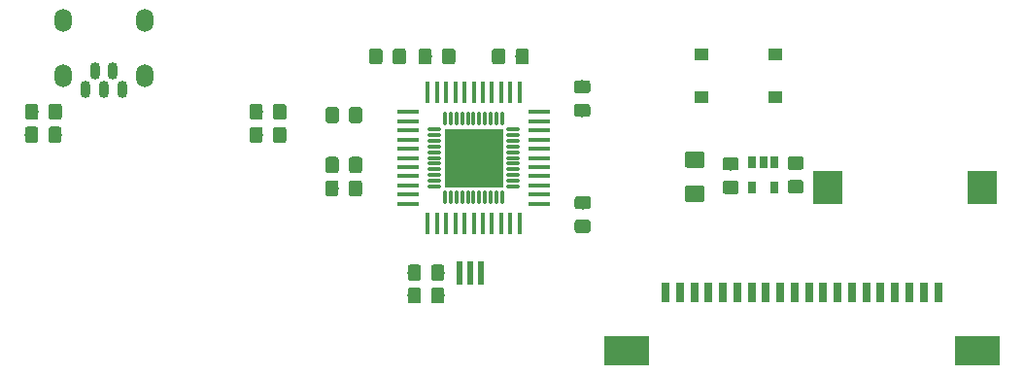
<source format=gbr>
G04 #@! TF.GenerationSoftware,KiCad,Pcbnew,(5.0.1-3-g963ef8bb5)*
G04 #@! TF.CreationDate,2019-03-09T14:34:52+08:00*
G04 #@! TF.ProjectId,fc660c,6663363630632E6B696361645F706362,rev?*
G04 #@! TF.SameCoordinates,Original*
G04 #@! TF.FileFunction,Paste,Top*
G04 #@! TF.FilePolarity,Positive*
%FSLAX46Y46*%
G04 Gerber Fmt 4.6, Leading zero omitted, Abs format (unit mm)*
G04 Created by KiCad (PCBNEW (5.0.1-3-g963ef8bb5)) date 2019 March 09, Saturday 14:34:52*
%MOMM*%
%LPD*%
G01*
G04 APERTURE LIST*
%ADD10R,4.000000X2.600000*%
%ADD11R,0.700000X1.800000*%
%ADD12C,0.100000*%
%ADD13C,1.150000*%
%ADD14C,1.425000*%
%ADD15O,0.900000X1.500000*%
%ADD16O,1.500000X2.000000*%
%ADD17R,2.500000X3.000000*%
%ADD18R,1.200000X1.000000*%
%ADD19O,0.406400X1.899920*%
%ADD20O,1.899920X0.406400*%
%ADD21O,0.280000X1.250000*%
%ADD22O,1.212000X0.280000*%
%ADD23R,5.080000X5.080000*%
%ADD24R,0.650000X1.060000*%
%ADD25R,0.600000X2.000000*%
G04 APERTURE END LIST*
D10*
G04 #@! TO.C,J2*
X209150000Y-102180000D03*
X239700000Y-102180000D03*
D11*
X236300000Y-97080000D03*
X235050000Y-97080000D03*
X233800000Y-97080000D03*
X232550000Y-97080000D03*
X231300000Y-97080000D03*
X230050000Y-97080000D03*
X228800000Y-97080000D03*
X227550000Y-97080000D03*
X226300000Y-97080000D03*
X225050000Y-97080000D03*
X223800000Y-97080000D03*
X222550000Y-97080000D03*
X221300000Y-97080000D03*
X220050000Y-97080000D03*
X218800000Y-97080000D03*
X217550000Y-97080000D03*
X216300000Y-97080000D03*
X215050000Y-97080000D03*
X213800000Y-97080000D03*
X212550000Y-97080000D03*
G04 #@! TD*
D12*
G04 #@! TO.C,C1*
G36*
X193054505Y-94641204D02*
X193078773Y-94644804D01*
X193102572Y-94650765D01*
X193125671Y-94659030D01*
X193147850Y-94669520D01*
X193168893Y-94682132D01*
X193188599Y-94696747D01*
X193206777Y-94713223D01*
X193223253Y-94731401D01*
X193237868Y-94751107D01*
X193250480Y-94772150D01*
X193260970Y-94794329D01*
X193269235Y-94817428D01*
X193275196Y-94841227D01*
X193278796Y-94865495D01*
X193280000Y-94889999D01*
X193280000Y-95790001D01*
X193278796Y-95814505D01*
X193275196Y-95838773D01*
X193269235Y-95862572D01*
X193260970Y-95885671D01*
X193250480Y-95907850D01*
X193237868Y-95928893D01*
X193223253Y-95948599D01*
X193206777Y-95966777D01*
X193188599Y-95983253D01*
X193168893Y-95997868D01*
X193147850Y-96010480D01*
X193125671Y-96020970D01*
X193102572Y-96029235D01*
X193078773Y-96035196D01*
X193054505Y-96038796D01*
X193030001Y-96040000D01*
X192379999Y-96040000D01*
X192355495Y-96038796D01*
X192331227Y-96035196D01*
X192307428Y-96029235D01*
X192284329Y-96020970D01*
X192262150Y-96010480D01*
X192241107Y-95997868D01*
X192221401Y-95983253D01*
X192203223Y-95966777D01*
X192186747Y-95948599D01*
X192172132Y-95928893D01*
X192159520Y-95907850D01*
X192149030Y-95885671D01*
X192140765Y-95862572D01*
X192134804Y-95838773D01*
X192131204Y-95814505D01*
X192130000Y-95790001D01*
X192130000Y-94889999D01*
X192131204Y-94865495D01*
X192134804Y-94841227D01*
X192140765Y-94817428D01*
X192149030Y-94794329D01*
X192159520Y-94772150D01*
X192172132Y-94751107D01*
X192186747Y-94731401D01*
X192203223Y-94713223D01*
X192221401Y-94696747D01*
X192241107Y-94682132D01*
X192262150Y-94669520D01*
X192284329Y-94659030D01*
X192307428Y-94650765D01*
X192331227Y-94644804D01*
X192355495Y-94641204D01*
X192379999Y-94640000D01*
X193030001Y-94640000D01*
X193054505Y-94641204D01*
X193054505Y-94641204D01*
G37*
D13*
X192705000Y-95340000D03*
D12*
G36*
X191004505Y-94641204D02*
X191028773Y-94644804D01*
X191052572Y-94650765D01*
X191075671Y-94659030D01*
X191097850Y-94669520D01*
X191118893Y-94682132D01*
X191138599Y-94696747D01*
X191156777Y-94713223D01*
X191173253Y-94731401D01*
X191187868Y-94751107D01*
X191200480Y-94772150D01*
X191210970Y-94794329D01*
X191219235Y-94817428D01*
X191225196Y-94841227D01*
X191228796Y-94865495D01*
X191230000Y-94889999D01*
X191230000Y-95790001D01*
X191228796Y-95814505D01*
X191225196Y-95838773D01*
X191219235Y-95862572D01*
X191210970Y-95885671D01*
X191200480Y-95907850D01*
X191187868Y-95928893D01*
X191173253Y-95948599D01*
X191156777Y-95966777D01*
X191138599Y-95983253D01*
X191118893Y-95997868D01*
X191097850Y-96010480D01*
X191075671Y-96020970D01*
X191052572Y-96029235D01*
X191028773Y-96035196D01*
X191004505Y-96038796D01*
X190980001Y-96040000D01*
X190329999Y-96040000D01*
X190305495Y-96038796D01*
X190281227Y-96035196D01*
X190257428Y-96029235D01*
X190234329Y-96020970D01*
X190212150Y-96010480D01*
X190191107Y-95997868D01*
X190171401Y-95983253D01*
X190153223Y-95966777D01*
X190136747Y-95948599D01*
X190122132Y-95928893D01*
X190109520Y-95907850D01*
X190099030Y-95885671D01*
X190090765Y-95862572D01*
X190084804Y-95838773D01*
X190081204Y-95814505D01*
X190080000Y-95790001D01*
X190080000Y-94889999D01*
X190081204Y-94865495D01*
X190084804Y-94841227D01*
X190090765Y-94817428D01*
X190099030Y-94794329D01*
X190109520Y-94772150D01*
X190122132Y-94751107D01*
X190136747Y-94731401D01*
X190153223Y-94713223D01*
X190171401Y-94696747D01*
X190191107Y-94682132D01*
X190212150Y-94669520D01*
X190234329Y-94659030D01*
X190257428Y-94650765D01*
X190281227Y-94644804D01*
X190305495Y-94641204D01*
X190329999Y-94640000D01*
X190980001Y-94640000D01*
X191004505Y-94641204D01*
X191004505Y-94641204D01*
G37*
D13*
X190655000Y-95340000D03*
G04 #@! TD*
D12*
G04 #@! TO.C,C2*
G36*
X185904505Y-80911204D02*
X185928773Y-80914804D01*
X185952572Y-80920765D01*
X185975671Y-80929030D01*
X185997850Y-80939520D01*
X186018893Y-80952132D01*
X186038599Y-80966747D01*
X186056777Y-80983223D01*
X186073253Y-81001401D01*
X186087868Y-81021107D01*
X186100480Y-81042150D01*
X186110970Y-81064329D01*
X186119235Y-81087428D01*
X186125196Y-81111227D01*
X186128796Y-81135495D01*
X186130000Y-81159999D01*
X186130000Y-82060001D01*
X186128796Y-82084505D01*
X186125196Y-82108773D01*
X186119235Y-82132572D01*
X186110970Y-82155671D01*
X186100480Y-82177850D01*
X186087868Y-82198893D01*
X186073253Y-82218599D01*
X186056777Y-82236777D01*
X186038599Y-82253253D01*
X186018893Y-82267868D01*
X185997850Y-82280480D01*
X185975671Y-82290970D01*
X185952572Y-82299235D01*
X185928773Y-82305196D01*
X185904505Y-82308796D01*
X185880001Y-82310000D01*
X185229999Y-82310000D01*
X185205495Y-82308796D01*
X185181227Y-82305196D01*
X185157428Y-82299235D01*
X185134329Y-82290970D01*
X185112150Y-82280480D01*
X185091107Y-82267868D01*
X185071401Y-82253253D01*
X185053223Y-82236777D01*
X185036747Y-82218599D01*
X185022132Y-82198893D01*
X185009520Y-82177850D01*
X184999030Y-82155671D01*
X184990765Y-82132572D01*
X184984804Y-82108773D01*
X184981204Y-82084505D01*
X184980000Y-82060001D01*
X184980000Y-81159999D01*
X184981204Y-81135495D01*
X184984804Y-81111227D01*
X184990765Y-81087428D01*
X184999030Y-81064329D01*
X185009520Y-81042150D01*
X185022132Y-81021107D01*
X185036747Y-81001401D01*
X185053223Y-80983223D01*
X185071401Y-80966747D01*
X185091107Y-80952132D01*
X185112150Y-80939520D01*
X185134329Y-80929030D01*
X185157428Y-80920765D01*
X185181227Y-80914804D01*
X185205495Y-80911204D01*
X185229999Y-80910000D01*
X185880001Y-80910000D01*
X185904505Y-80911204D01*
X185904505Y-80911204D01*
G37*
D13*
X185555000Y-81610000D03*
D12*
G36*
X183854505Y-80911204D02*
X183878773Y-80914804D01*
X183902572Y-80920765D01*
X183925671Y-80929030D01*
X183947850Y-80939520D01*
X183968893Y-80952132D01*
X183988599Y-80966747D01*
X184006777Y-80983223D01*
X184023253Y-81001401D01*
X184037868Y-81021107D01*
X184050480Y-81042150D01*
X184060970Y-81064329D01*
X184069235Y-81087428D01*
X184075196Y-81111227D01*
X184078796Y-81135495D01*
X184080000Y-81159999D01*
X184080000Y-82060001D01*
X184078796Y-82084505D01*
X184075196Y-82108773D01*
X184069235Y-82132572D01*
X184060970Y-82155671D01*
X184050480Y-82177850D01*
X184037868Y-82198893D01*
X184023253Y-82218599D01*
X184006777Y-82236777D01*
X183988599Y-82253253D01*
X183968893Y-82267868D01*
X183947850Y-82280480D01*
X183925671Y-82290970D01*
X183902572Y-82299235D01*
X183878773Y-82305196D01*
X183854505Y-82308796D01*
X183830001Y-82310000D01*
X183179999Y-82310000D01*
X183155495Y-82308796D01*
X183131227Y-82305196D01*
X183107428Y-82299235D01*
X183084329Y-82290970D01*
X183062150Y-82280480D01*
X183041107Y-82267868D01*
X183021401Y-82253253D01*
X183003223Y-82236777D01*
X182986747Y-82218599D01*
X182972132Y-82198893D01*
X182959520Y-82177850D01*
X182949030Y-82155671D01*
X182940765Y-82132572D01*
X182934804Y-82108773D01*
X182931204Y-82084505D01*
X182930000Y-82060001D01*
X182930000Y-81159999D01*
X182931204Y-81135495D01*
X182934804Y-81111227D01*
X182940765Y-81087428D01*
X182949030Y-81064329D01*
X182959520Y-81042150D01*
X182972132Y-81021107D01*
X182986747Y-81001401D01*
X183003223Y-80983223D01*
X183021401Y-80966747D01*
X183041107Y-80952132D01*
X183062150Y-80939520D01*
X183084329Y-80929030D01*
X183107428Y-80920765D01*
X183131227Y-80914804D01*
X183155495Y-80911204D01*
X183179999Y-80910000D01*
X183830001Y-80910000D01*
X183854505Y-80911204D01*
X183854505Y-80911204D01*
G37*
D13*
X183505000Y-81610000D03*
G04 #@! TD*
D12*
G04 #@! TO.C,C3*
G36*
X205804505Y-90721204D02*
X205828773Y-90724804D01*
X205852572Y-90730765D01*
X205875671Y-90739030D01*
X205897850Y-90749520D01*
X205918893Y-90762132D01*
X205938599Y-90776747D01*
X205956777Y-90793223D01*
X205973253Y-90811401D01*
X205987868Y-90831107D01*
X206000480Y-90852150D01*
X206010970Y-90874329D01*
X206019235Y-90897428D01*
X206025196Y-90921227D01*
X206028796Y-90945495D01*
X206030000Y-90969999D01*
X206030000Y-91620001D01*
X206028796Y-91644505D01*
X206025196Y-91668773D01*
X206019235Y-91692572D01*
X206010970Y-91715671D01*
X206000480Y-91737850D01*
X205987868Y-91758893D01*
X205973253Y-91778599D01*
X205956777Y-91796777D01*
X205938599Y-91813253D01*
X205918893Y-91827868D01*
X205897850Y-91840480D01*
X205875671Y-91850970D01*
X205852572Y-91859235D01*
X205828773Y-91865196D01*
X205804505Y-91868796D01*
X205780001Y-91870000D01*
X204879999Y-91870000D01*
X204855495Y-91868796D01*
X204831227Y-91865196D01*
X204807428Y-91859235D01*
X204784329Y-91850970D01*
X204762150Y-91840480D01*
X204741107Y-91827868D01*
X204721401Y-91813253D01*
X204703223Y-91796777D01*
X204686747Y-91778599D01*
X204672132Y-91758893D01*
X204659520Y-91737850D01*
X204649030Y-91715671D01*
X204640765Y-91692572D01*
X204634804Y-91668773D01*
X204631204Y-91644505D01*
X204630000Y-91620001D01*
X204630000Y-90969999D01*
X204631204Y-90945495D01*
X204634804Y-90921227D01*
X204640765Y-90897428D01*
X204649030Y-90874329D01*
X204659520Y-90852150D01*
X204672132Y-90831107D01*
X204686747Y-90811401D01*
X204703223Y-90793223D01*
X204721401Y-90776747D01*
X204741107Y-90762132D01*
X204762150Y-90749520D01*
X204784329Y-90739030D01*
X204807428Y-90730765D01*
X204831227Y-90724804D01*
X204855495Y-90721204D01*
X204879999Y-90720000D01*
X205780001Y-90720000D01*
X205804505Y-90721204D01*
X205804505Y-90721204D01*
G37*
D13*
X205330000Y-91295000D03*
D12*
G36*
X205804505Y-88671204D02*
X205828773Y-88674804D01*
X205852572Y-88680765D01*
X205875671Y-88689030D01*
X205897850Y-88699520D01*
X205918893Y-88712132D01*
X205938599Y-88726747D01*
X205956777Y-88743223D01*
X205973253Y-88761401D01*
X205987868Y-88781107D01*
X206000480Y-88802150D01*
X206010970Y-88824329D01*
X206019235Y-88847428D01*
X206025196Y-88871227D01*
X206028796Y-88895495D01*
X206030000Y-88919999D01*
X206030000Y-89570001D01*
X206028796Y-89594505D01*
X206025196Y-89618773D01*
X206019235Y-89642572D01*
X206010970Y-89665671D01*
X206000480Y-89687850D01*
X205987868Y-89708893D01*
X205973253Y-89728599D01*
X205956777Y-89746777D01*
X205938599Y-89763253D01*
X205918893Y-89777868D01*
X205897850Y-89790480D01*
X205875671Y-89800970D01*
X205852572Y-89809235D01*
X205828773Y-89815196D01*
X205804505Y-89818796D01*
X205780001Y-89820000D01*
X204879999Y-89820000D01*
X204855495Y-89818796D01*
X204831227Y-89815196D01*
X204807428Y-89809235D01*
X204784329Y-89800970D01*
X204762150Y-89790480D01*
X204741107Y-89777868D01*
X204721401Y-89763253D01*
X204703223Y-89746777D01*
X204686747Y-89728599D01*
X204672132Y-89708893D01*
X204659520Y-89687850D01*
X204649030Y-89665671D01*
X204640765Y-89642572D01*
X204634804Y-89618773D01*
X204631204Y-89594505D01*
X204630000Y-89570001D01*
X204630000Y-88919999D01*
X204631204Y-88895495D01*
X204634804Y-88871227D01*
X204640765Y-88847428D01*
X204649030Y-88824329D01*
X204659520Y-88802150D01*
X204672132Y-88781107D01*
X204686747Y-88761401D01*
X204703223Y-88743223D01*
X204721401Y-88726747D01*
X204741107Y-88712132D01*
X204762150Y-88699520D01*
X204784329Y-88689030D01*
X204807428Y-88680765D01*
X204831227Y-88674804D01*
X204855495Y-88671204D01*
X204879999Y-88670000D01*
X205780001Y-88670000D01*
X205804505Y-88671204D01*
X205804505Y-88671204D01*
G37*
D13*
X205330000Y-89245000D03*
G04 #@! TD*
D12*
G04 #@! TO.C,C4*
G36*
X200404505Y-75801204D02*
X200428773Y-75804804D01*
X200452572Y-75810765D01*
X200475671Y-75819030D01*
X200497850Y-75829520D01*
X200518893Y-75842132D01*
X200538599Y-75856747D01*
X200556777Y-75873223D01*
X200573253Y-75891401D01*
X200587868Y-75911107D01*
X200600480Y-75932150D01*
X200610970Y-75954329D01*
X200619235Y-75977428D01*
X200625196Y-76001227D01*
X200628796Y-76025495D01*
X200630000Y-76049999D01*
X200630000Y-76950001D01*
X200628796Y-76974505D01*
X200625196Y-76998773D01*
X200619235Y-77022572D01*
X200610970Y-77045671D01*
X200600480Y-77067850D01*
X200587868Y-77088893D01*
X200573253Y-77108599D01*
X200556777Y-77126777D01*
X200538599Y-77143253D01*
X200518893Y-77157868D01*
X200497850Y-77170480D01*
X200475671Y-77180970D01*
X200452572Y-77189235D01*
X200428773Y-77195196D01*
X200404505Y-77198796D01*
X200380001Y-77200000D01*
X199729999Y-77200000D01*
X199705495Y-77198796D01*
X199681227Y-77195196D01*
X199657428Y-77189235D01*
X199634329Y-77180970D01*
X199612150Y-77170480D01*
X199591107Y-77157868D01*
X199571401Y-77143253D01*
X199553223Y-77126777D01*
X199536747Y-77108599D01*
X199522132Y-77088893D01*
X199509520Y-77067850D01*
X199499030Y-77045671D01*
X199490765Y-77022572D01*
X199484804Y-76998773D01*
X199481204Y-76974505D01*
X199480000Y-76950001D01*
X199480000Y-76049999D01*
X199481204Y-76025495D01*
X199484804Y-76001227D01*
X199490765Y-75977428D01*
X199499030Y-75954329D01*
X199509520Y-75932150D01*
X199522132Y-75911107D01*
X199536747Y-75891401D01*
X199553223Y-75873223D01*
X199571401Y-75856747D01*
X199591107Y-75842132D01*
X199612150Y-75829520D01*
X199634329Y-75819030D01*
X199657428Y-75810765D01*
X199681227Y-75804804D01*
X199705495Y-75801204D01*
X199729999Y-75800000D01*
X200380001Y-75800000D01*
X200404505Y-75801204D01*
X200404505Y-75801204D01*
G37*
D13*
X200055000Y-76500000D03*
D12*
G36*
X198354505Y-75801204D02*
X198378773Y-75804804D01*
X198402572Y-75810765D01*
X198425671Y-75819030D01*
X198447850Y-75829520D01*
X198468893Y-75842132D01*
X198488599Y-75856747D01*
X198506777Y-75873223D01*
X198523253Y-75891401D01*
X198537868Y-75911107D01*
X198550480Y-75932150D01*
X198560970Y-75954329D01*
X198569235Y-75977428D01*
X198575196Y-76001227D01*
X198578796Y-76025495D01*
X198580000Y-76049999D01*
X198580000Y-76950001D01*
X198578796Y-76974505D01*
X198575196Y-76998773D01*
X198569235Y-77022572D01*
X198560970Y-77045671D01*
X198550480Y-77067850D01*
X198537868Y-77088893D01*
X198523253Y-77108599D01*
X198506777Y-77126777D01*
X198488599Y-77143253D01*
X198468893Y-77157868D01*
X198447850Y-77170480D01*
X198425671Y-77180970D01*
X198402572Y-77189235D01*
X198378773Y-77195196D01*
X198354505Y-77198796D01*
X198330001Y-77200000D01*
X197679999Y-77200000D01*
X197655495Y-77198796D01*
X197631227Y-77195196D01*
X197607428Y-77189235D01*
X197584329Y-77180970D01*
X197562150Y-77170480D01*
X197541107Y-77157868D01*
X197521401Y-77143253D01*
X197503223Y-77126777D01*
X197486747Y-77108599D01*
X197472132Y-77088893D01*
X197459520Y-77067850D01*
X197449030Y-77045671D01*
X197440765Y-77022572D01*
X197434804Y-76998773D01*
X197431204Y-76974505D01*
X197430000Y-76950001D01*
X197430000Y-76049999D01*
X197431204Y-76025495D01*
X197434804Y-76001227D01*
X197440765Y-75977428D01*
X197449030Y-75954329D01*
X197459520Y-75932150D01*
X197472132Y-75911107D01*
X197486747Y-75891401D01*
X197503223Y-75873223D01*
X197521401Y-75856747D01*
X197541107Y-75842132D01*
X197562150Y-75829520D01*
X197584329Y-75819030D01*
X197607428Y-75810765D01*
X197631227Y-75804804D01*
X197655495Y-75801204D01*
X197679999Y-75800000D01*
X198330001Y-75800000D01*
X198354505Y-75801204D01*
X198354505Y-75801204D01*
G37*
D13*
X198005000Y-76500000D03*
G04 #@! TD*
D12*
G04 #@! TO.C,C5*
G36*
X159704505Y-82621204D02*
X159728773Y-82624804D01*
X159752572Y-82630765D01*
X159775671Y-82639030D01*
X159797850Y-82649520D01*
X159818893Y-82662132D01*
X159838599Y-82676747D01*
X159856777Y-82693223D01*
X159873253Y-82711401D01*
X159887868Y-82731107D01*
X159900480Y-82752150D01*
X159910970Y-82774329D01*
X159919235Y-82797428D01*
X159925196Y-82821227D01*
X159928796Y-82845495D01*
X159930000Y-82869999D01*
X159930000Y-83770001D01*
X159928796Y-83794505D01*
X159925196Y-83818773D01*
X159919235Y-83842572D01*
X159910970Y-83865671D01*
X159900480Y-83887850D01*
X159887868Y-83908893D01*
X159873253Y-83928599D01*
X159856777Y-83946777D01*
X159838599Y-83963253D01*
X159818893Y-83977868D01*
X159797850Y-83990480D01*
X159775671Y-84000970D01*
X159752572Y-84009235D01*
X159728773Y-84015196D01*
X159704505Y-84018796D01*
X159680001Y-84020000D01*
X159029999Y-84020000D01*
X159005495Y-84018796D01*
X158981227Y-84015196D01*
X158957428Y-84009235D01*
X158934329Y-84000970D01*
X158912150Y-83990480D01*
X158891107Y-83977868D01*
X158871401Y-83963253D01*
X158853223Y-83946777D01*
X158836747Y-83928599D01*
X158822132Y-83908893D01*
X158809520Y-83887850D01*
X158799030Y-83865671D01*
X158790765Y-83842572D01*
X158784804Y-83818773D01*
X158781204Y-83794505D01*
X158780000Y-83770001D01*
X158780000Y-82869999D01*
X158781204Y-82845495D01*
X158784804Y-82821227D01*
X158790765Y-82797428D01*
X158799030Y-82774329D01*
X158809520Y-82752150D01*
X158822132Y-82731107D01*
X158836747Y-82711401D01*
X158853223Y-82693223D01*
X158871401Y-82676747D01*
X158891107Y-82662132D01*
X158912150Y-82649520D01*
X158934329Y-82639030D01*
X158957428Y-82630765D01*
X158981227Y-82624804D01*
X159005495Y-82621204D01*
X159029999Y-82620000D01*
X159680001Y-82620000D01*
X159704505Y-82621204D01*
X159704505Y-82621204D01*
G37*
D13*
X159355000Y-83320000D03*
D12*
G36*
X157654505Y-82621204D02*
X157678773Y-82624804D01*
X157702572Y-82630765D01*
X157725671Y-82639030D01*
X157747850Y-82649520D01*
X157768893Y-82662132D01*
X157788599Y-82676747D01*
X157806777Y-82693223D01*
X157823253Y-82711401D01*
X157837868Y-82731107D01*
X157850480Y-82752150D01*
X157860970Y-82774329D01*
X157869235Y-82797428D01*
X157875196Y-82821227D01*
X157878796Y-82845495D01*
X157880000Y-82869999D01*
X157880000Y-83770001D01*
X157878796Y-83794505D01*
X157875196Y-83818773D01*
X157869235Y-83842572D01*
X157860970Y-83865671D01*
X157850480Y-83887850D01*
X157837868Y-83908893D01*
X157823253Y-83928599D01*
X157806777Y-83946777D01*
X157788599Y-83963253D01*
X157768893Y-83977868D01*
X157747850Y-83990480D01*
X157725671Y-84000970D01*
X157702572Y-84009235D01*
X157678773Y-84015196D01*
X157654505Y-84018796D01*
X157630001Y-84020000D01*
X156979999Y-84020000D01*
X156955495Y-84018796D01*
X156931227Y-84015196D01*
X156907428Y-84009235D01*
X156884329Y-84000970D01*
X156862150Y-83990480D01*
X156841107Y-83977868D01*
X156821401Y-83963253D01*
X156803223Y-83946777D01*
X156786747Y-83928599D01*
X156772132Y-83908893D01*
X156759520Y-83887850D01*
X156749030Y-83865671D01*
X156740765Y-83842572D01*
X156734804Y-83818773D01*
X156731204Y-83794505D01*
X156730000Y-83770001D01*
X156730000Y-82869999D01*
X156731204Y-82845495D01*
X156734804Y-82821227D01*
X156740765Y-82797428D01*
X156749030Y-82774329D01*
X156759520Y-82752150D01*
X156772132Y-82731107D01*
X156786747Y-82711401D01*
X156803223Y-82693223D01*
X156821401Y-82676747D01*
X156841107Y-82662132D01*
X156862150Y-82649520D01*
X156884329Y-82639030D01*
X156907428Y-82630765D01*
X156931227Y-82624804D01*
X156955495Y-82621204D01*
X156979999Y-82620000D01*
X157630001Y-82620000D01*
X157654505Y-82621204D01*
X157654505Y-82621204D01*
G37*
D13*
X157305000Y-83320000D03*
G04 #@! TD*
D12*
G04 #@! TO.C,C6*
G36*
X183834505Y-87291204D02*
X183858773Y-87294804D01*
X183882572Y-87300765D01*
X183905671Y-87309030D01*
X183927850Y-87319520D01*
X183948893Y-87332132D01*
X183968599Y-87346747D01*
X183986777Y-87363223D01*
X184003253Y-87381401D01*
X184017868Y-87401107D01*
X184030480Y-87422150D01*
X184040970Y-87444329D01*
X184049235Y-87467428D01*
X184055196Y-87491227D01*
X184058796Y-87515495D01*
X184060000Y-87539999D01*
X184060000Y-88440001D01*
X184058796Y-88464505D01*
X184055196Y-88488773D01*
X184049235Y-88512572D01*
X184040970Y-88535671D01*
X184030480Y-88557850D01*
X184017868Y-88578893D01*
X184003253Y-88598599D01*
X183986777Y-88616777D01*
X183968599Y-88633253D01*
X183948893Y-88647868D01*
X183927850Y-88660480D01*
X183905671Y-88670970D01*
X183882572Y-88679235D01*
X183858773Y-88685196D01*
X183834505Y-88688796D01*
X183810001Y-88690000D01*
X183159999Y-88690000D01*
X183135495Y-88688796D01*
X183111227Y-88685196D01*
X183087428Y-88679235D01*
X183064329Y-88670970D01*
X183042150Y-88660480D01*
X183021107Y-88647868D01*
X183001401Y-88633253D01*
X182983223Y-88616777D01*
X182966747Y-88598599D01*
X182952132Y-88578893D01*
X182939520Y-88557850D01*
X182929030Y-88535671D01*
X182920765Y-88512572D01*
X182914804Y-88488773D01*
X182911204Y-88464505D01*
X182910000Y-88440001D01*
X182910000Y-87539999D01*
X182911204Y-87515495D01*
X182914804Y-87491227D01*
X182920765Y-87467428D01*
X182929030Y-87444329D01*
X182939520Y-87422150D01*
X182952132Y-87401107D01*
X182966747Y-87381401D01*
X182983223Y-87363223D01*
X183001401Y-87346747D01*
X183021107Y-87332132D01*
X183042150Y-87319520D01*
X183064329Y-87309030D01*
X183087428Y-87300765D01*
X183111227Y-87294804D01*
X183135495Y-87291204D01*
X183159999Y-87290000D01*
X183810001Y-87290000D01*
X183834505Y-87291204D01*
X183834505Y-87291204D01*
G37*
D13*
X183485000Y-87990000D03*
D12*
G36*
X185884505Y-87291204D02*
X185908773Y-87294804D01*
X185932572Y-87300765D01*
X185955671Y-87309030D01*
X185977850Y-87319520D01*
X185998893Y-87332132D01*
X186018599Y-87346747D01*
X186036777Y-87363223D01*
X186053253Y-87381401D01*
X186067868Y-87401107D01*
X186080480Y-87422150D01*
X186090970Y-87444329D01*
X186099235Y-87467428D01*
X186105196Y-87491227D01*
X186108796Y-87515495D01*
X186110000Y-87539999D01*
X186110000Y-88440001D01*
X186108796Y-88464505D01*
X186105196Y-88488773D01*
X186099235Y-88512572D01*
X186090970Y-88535671D01*
X186080480Y-88557850D01*
X186067868Y-88578893D01*
X186053253Y-88598599D01*
X186036777Y-88616777D01*
X186018599Y-88633253D01*
X185998893Y-88647868D01*
X185977850Y-88660480D01*
X185955671Y-88670970D01*
X185932572Y-88679235D01*
X185908773Y-88685196D01*
X185884505Y-88688796D01*
X185860001Y-88690000D01*
X185209999Y-88690000D01*
X185185495Y-88688796D01*
X185161227Y-88685196D01*
X185137428Y-88679235D01*
X185114329Y-88670970D01*
X185092150Y-88660480D01*
X185071107Y-88647868D01*
X185051401Y-88633253D01*
X185033223Y-88616777D01*
X185016747Y-88598599D01*
X185002132Y-88578893D01*
X184989520Y-88557850D01*
X184979030Y-88535671D01*
X184970765Y-88512572D01*
X184964804Y-88488773D01*
X184961204Y-88464505D01*
X184960000Y-88440001D01*
X184960000Y-87539999D01*
X184961204Y-87515495D01*
X184964804Y-87491227D01*
X184970765Y-87467428D01*
X184979030Y-87444329D01*
X184989520Y-87422150D01*
X185002132Y-87401107D01*
X185016747Y-87381401D01*
X185033223Y-87363223D01*
X185051401Y-87346747D01*
X185071107Y-87332132D01*
X185092150Y-87319520D01*
X185114329Y-87309030D01*
X185137428Y-87300765D01*
X185161227Y-87294804D01*
X185185495Y-87291204D01*
X185209999Y-87290000D01*
X185860001Y-87290000D01*
X185884505Y-87291204D01*
X185884505Y-87291204D01*
G37*
D13*
X185535000Y-87990000D03*
G04 #@! TD*
D12*
G04 #@! TO.C,C7*
G36*
X187654505Y-75801204D02*
X187678773Y-75804804D01*
X187702572Y-75810765D01*
X187725671Y-75819030D01*
X187747850Y-75829520D01*
X187768893Y-75842132D01*
X187788599Y-75856747D01*
X187806777Y-75873223D01*
X187823253Y-75891401D01*
X187837868Y-75911107D01*
X187850480Y-75932150D01*
X187860970Y-75954329D01*
X187869235Y-75977428D01*
X187875196Y-76001227D01*
X187878796Y-76025495D01*
X187880000Y-76049999D01*
X187880000Y-76950001D01*
X187878796Y-76974505D01*
X187875196Y-76998773D01*
X187869235Y-77022572D01*
X187860970Y-77045671D01*
X187850480Y-77067850D01*
X187837868Y-77088893D01*
X187823253Y-77108599D01*
X187806777Y-77126777D01*
X187788599Y-77143253D01*
X187768893Y-77157868D01*
X187747850Y-77170480D01*
X187725671Y-77180970D01*
X187702572Y-77189235D01*
X187678773Y-77195196D01*
X187654505Y-77198796D01*
X187630001Y-77200000D01*
X186979999Y-77200000D01*
X186955495Y-77198796D01*
X186931227Y-77195196D01*
X186907428Y-77189235D01*
X186884329Y-77180970D01*
X186862150Y-77170480D01*
X186841107Y-77157868D01*
X186821401Y-77143253D01*
X186803223Y-77126777D01*
X186786747Y-77108599D01*
X186772132Y-77088893D01*
X186759520Y-77067850D01*
X186749030Y-77045671D01*
X186740765Y-77022572D01*
X186734804Y-76998773D01*
X186731204Y-76974505D01*
X186730000Y-76950001D01*
X186730000Y-76049999D01*
X186731204Y-76025495D01*
X186734804Y-76001227D01*
X186740765Y-75977428D01*
X186749030Y-75954329D01*
X186759520Y-75932150D01*
X186772132Y-75911107D01*
X186786747Y-75891401D01*
X186803223Y-75873223D01*
X186821401Y-75856747D01*
X186841107Y-75842132D01*
X186862150Y-75829520D01*
X186884329Y-75819030D01*
X186907428Y-75810765D01*
X186931227Y-75804804D01*
X186955495Y-75801204D01*
X186979999Y-75800000D01*
X187630001Y-75800000D01*
X187654505Y-75801204D01*
X187654505Y-75801204D01*
G37*
D13*
X187305000Y-76500000D03*
D12*
G36*
X189704505Y-75801204D02*
X189728773Y-75804804D01*
X189752572Y-75810765D01*
X189775671Y-75819030D01*
X189797850Y-75829520D01*
X189818893Y-75842132D01*
X189838599Y-75856747D01*
X189856777Y-75873223D01*
X189873253Y-75891401D01*
X189887868Y-75911107D01*
X189900480Y-75932150D01*
X189910970Y-75954329D01*
X189919235Y-75977428D01*
X189925196Y-76001227D01*
X189928796Y-76025495D01*
X189930000Y-76049999D01*
X189930000Y-76950001D01*
X189928796Y-76974505D01*
X189925196Y-76998773D01*
X189919235Y-77022572D01*
X189910970Y-77045671D01*
X189900480Y-77067850D01*
X189887868Y-77088893D01*
X189873253Y-77108599D01*
X189856777Y-77126777D01*
X189838599Y-77143253D01*
X189818893Y-77157868D01*
X189797850Y-77170480D01*
X189775671Y-77180970D01*
X189752572Y-77189235D01*
X189728773Y-77195196D01*
X189704505Y-77198796D01*
X189680001Y-77200000D01*
X189029999Y-77200000D01*
X189005495Y-77198796D01*
X188981227Y-77195196D01*
X188957428Y-77189235D01*
X188934329Y-77180970D01*
X188912150Y-77170480D01*
X188891107Y-77157868D01*
X188871401Y-77143253D01*
X188853223Y-77126777D01*
X188836747Y-77108599D01*
X188822132Y-77088893D01*
X188809520Y-77067850D01*
X188799030Y-77045671D01*
X188790765Y-77022572D01*
X188784804Y-76998773D01*
X188781204Y-76974505D01*
X188780000Y-76950001D01*
X188780000Y-76049999D01*
X188781204Y-76025495D01*
X188784804Y-76001227D01*
X188790765Y-75977428D01*
X188799030Y-75954329D01*
X188809520Y-75932150D01*
X188822132Y-75911107D01*
X188836747Y-75891401D01*
X188853223Y-75873223D01*
X188871401Y-75856747D01*
X188891107Y-75842132D01*
X188912150Y-75829520D01*
X188934329Y-75819030D01*
X188957428Y-75810765D01*
X188981227Y-75804804D01*
X189005495Y-75801204D01*
X189029999Y-75800000D01*
X189680001Y-75800000D01*
X189704505Y-75801204D01*
X189704505Y-75801204D01*
G37*
D13*
X189355000Y-76500000D03*
G04 #@! TD*
D12*
G04 #@! TO.C,C8*
G36*
X191954505Y-75801204D02*
X191978773Y-75804804D01*
X192002572Y-75810765D01*
X192025671Y-75819030D01*
X192047850Y-75829520D01*
X192068893Y-75842132D01*
X192088599Y-75856747D01*
X192106777Y-75873223D01*
X192123253Y-75891401D01*
X192137868Y-75911107D01*
X192150480Y-75932150D01*
X192160970Y-75954329D01*
X192169235Y-75977428D01*
X192175196Y-76001227D01*
X192178796Y-76025495D01*
X192180000Y-76049999D01*
X192180000Y-76950001D01*
X192178796Y-76974505D01*
X192175196Y-76998773D01*
X192169235Y-77022572D01*
X192160970Y-77045671D01*
X192150480Y-77067850D01*
X192137868Y-77088893D01*
X192123253Y-77108599D01*
X192106777Y-77126777D01*
X192088599Y-77143253D01*
X192068893Y-77157868D01*
X192047850Y-77170480D01*
X192025671Y-77180970D01*
X192002572Y-77189235D01*
X191978773Y-77195196D01*
X191954505Y-77198796D01*
X191930001Y-77200000D01*
X191279999Y-77200000D01*
X191255495Y-77198796D01*
X191231227Y-77195196D01*
X191207428Y-77189235D01*
X191184329Y-77180970D01*
X191162150Y-77170480D01*
X191141107Y-77157868D01*
X191121401Y-77143253D01*
X191103223Y-77126777D01*
X191086747Y-77108599D01*
X191072132Y-77088893D01*
X191059520Y-77067850D01*
X191049030Y-77045671D01*
X191040765Y-77022572D01*
X191034804Y-76998773D01*
X191031204Y-76974505D01*
X191030000Y-76950001D01*
X191030000Y-76049999D01*
X191031204Y-76025495D01*
X191034804Y-76001227D01*
X191040765Y-75977428D01*
X191049030Y-75954329D01*
X191059520Y-75932150D01*
X191072132Y-75911107D01*
X191086747Y-75891401D01*
X191103223Y-75873223D01*
X191121401Y-75856747D01*
X191141107Y-75842132D01*
X191162150Y-75829520D01*
X191184329Y-75819030D01*
X191207428Y-75810765D01*
X191231227Y-75804804D01*
X191255495Y-75801204D01*
X191279999Y-75800000D01*
X191930001Y-75800000D01*
X191954505Y-75801204D01*
X191954505Y-75801204D01*
G37*
D13*
X191605000Y-76500000D03*
D12*
G36*
X194004505Y-75801204D02*
X194028773Y-75804804D01*
X194052572Y-75810765D01*
X194075671Y-75819030D01*
X194097850Y-75829520D01*
X194118893Y-75842132D01*
X194138599Y-75856747D01*
X194156777Y-75873223D01*
X194173253Y-75891401D01*
X194187868Y-75911107D01*
X194200480Y-75932150D01*
X194210970Y-75954329D01*
X194219235Y-75977428D01*
X194225196Y-76001227D01*
X194228796Y-76025495D01*
X194230000Y-76049999D01*
X194230000Y-76950001D01*
X194228796Y-76974505D01*
X194225196Y-76998773D01*
X194219235Y-77022572D01*
X194210970Y-77045671D01*
X194200480Y-77067850D01*
X194187868Y-77088893D01*
X194173253Y-77108599D01*
X194156777Y-77126777D01*
X194138599Y-77143253D01*
X194118893Y-77157868D01*
X194097850Y-77170480D01*
X194075671Y-77180970D01*
X194052572Y-77189235D01*
X194028773Y-77195196D01*
X194004505Y-77198796D01*
X193980001Y-77200000D01*
X193329999Y-77200000D01*
X193305495Y-77198796D01*
X193281227Y-77195196D01*
X193257428Y-77189235D01*
X193234329Y-77180970D01*
X193212150Y-77170480D01*
X193191107Y-77157868D01*
X193171401Y-77143253D01*
X193153223Y-77126777D01*
X193136747Y-77108599D01*
X193122132Y-77088893D01*
X193109520Y-77067850D01*
X193099030Y-77045671D01*
X193090765Y-77022572D01*
X193084804Y-76998773D01*
X193081204Y-76974505D01*
X193080000Y-76950001D01*
X193080000Y-76049999D01*
X193081204Y-76025495D01*
X193084804Y-76001227D01*
X193090765Y-75977428D01*
X193099030Y-75954329D01*
X193109520Y-75932150D01*
X193122132Y-75911107D01*
X193136747Y-75891401D01*
X193153223Y-75873223D01*
X193171401Y-75856747D01*
X193191107Y-75842132D01*
X193212150Y-75829520D01*
X193234329Y-75819030D01*
X193257428Y-75810765D01*
X193281227Y-75804804D01*
X193305495Y-75801204D01*
X193329999Y-75800000D01*
X193980001Y-75800000D01*
X194004505Y-75801204D01*
X194004505Y-75801204D01*
G37*
D13*
X193655000Y-76500000D03*
G04 #@! TD*
D12*
G04 #@! TO.C,C9*
G36*
X185894505Y-85251204D02*
X185918773Y-85254804D01*
X185942572Y-85260765D01*
X185965671Y-85269030D01*
X185987850Y-85279520D01*
X186008893Y-85292132D01*
X186028599Y-85306747D01*
X186046777Y-85323223D01*
X186063253Y-85341401D01*
X186077868Y-85361107D01*
X186090480Y-85382150D01*
X186100970Y-85404329D01*
X186109235Y-85427428D01*
X186115196Y-85451227D01*
X186118796Y-85475495D01*
X186120000Y-85499999D01*
X186120000Y-86400001D01*
X186118796Y-86424505D01*
X186115196Y-86448773D01*
X186109235Y-86472572D01*
X186100970Y-86495671D01*
X186090480Y-86517850D01*
X186077868Y-86538893D01*
X186063253Y-86558599D01*
X186046777Y-86576777D01*
X186028599Y-86593253D01*
X186008893Y-86607868D01*
X185987850Y-86620480D01*
X185965671Y-86630970D01*
X185942572Y-86639235D01*
X185918773Y-86645196D01*
X185894505Y-86648796D01*
X185870001Y-86650000D01*
X185219999Y-86650000D01*
X185195495Y-86648796D01*
X185171227Y-86645196D01*
X185147428Y-86639235D01*
X185124329Y-86630970D01*
X185102150Y-86620480D01*
X185081107Y-86607868D01*
X185061401Y-86593253D01*
X185043223Y-86576777D01*
X185026747Y-86558599D01*
X185012132Y-86538893D01*
X184999520Y-86517850D01*
X184989030Y-86495671D01*
X184980765Y-86472572D01*
X184974804Y-86448773D01*
X184971204Y-86424505D01*
X184970000Y-86400001D01*
X184970000Y-85499999D01*
X184971204Y-85475495D01*
X184974804Y-85451227D01*
X184980765Y-85427428D01*
X184989030Y-85404329D01*
X184999520Y-85382150D01*
X185012132Y-85361107D01*
X185026747Y-85341401D01*
X185043223Y-85323223D01*
X185061401Y-85306747D01*
X185081107Y-85292132D01*
X185102150Y-85279520D01*
X185124329Y-85269030D01*
X185147428Y-85260765D01*
X185171227Y-85254804D01*
X185195495Y-85251204D01*
X185219999Y-85250000D01*
X185870001Y-85250000D01*
X185894505Y-85251204D01*
X185894505Y-85251204D01*
G37*
D13*
X185545000Y-85950000D03*
D12*
G36*
X183844505Y-85251204D02*
X183868773Y-85254804D01*
X183892572Y-85260765D01*
X183915671Y-85269030D01*
X183937850Y-85279520D01*
X183958893Y-85292132D01*
X183978599Y-85306747D01*
X183996777Y-85323223D01*
X184013253Y-85341401D01*
X184027868Y-85361107D01*
X184040480Y-85382150D01*
X184050970Y-85404329D01*
X184059235Y-85427428D01*
X184065196Y-85451227D01*
X184068796Y-85475495D01*
X184070000Y-85499999D01*
X184070000Y-86400001D01*
X184068796Y-86424505D01*
X184065196Y-86448773D01*
X184059235Y-86472572D01*
X184050970Y-86495671D01*
X184040480Y-86517850D01*
X184027868Y-86538893D01*
X184013253Y-86558599D01*
X183996777Y-86576777D01*
X183978599Y-86593253D01*
X183958893Y-86607868D01*
X183937850Y-86620480D01*
X183915671Y-86630970D01*
X183892572Y-86639235D01*
X183868773Y-86645196D01*
X183844505Y-86648796D01*
X183820001Y-86650000D01*
X183169999Y-86650000D01*
X183145495Y-86648796D01*
X183121227Y-86645196D01*
X183097428Y-86639235D01*
X183074329Y-86630970D01*
X183052150Y-86620480D01*
X183031107Y-86607868D01*
X183011401Y-86593253D01*
X182993223Y-86576777D01*
X182976747Y-86558599D01*
X182962132Y-86538893D01*
X182949520Y-86517850D01*
X182939030Y-86495671D01*
X182930765Y-86472572D01*
X182924804Y-86448773D01*
X182921204Y-86424505D01*
X182920000Y-86400001D01*
X182920000Y-85499999D01*
X182921204Y-85475495D01*
X182924804Y-85451227D01*
X182930765Y-85427428D01*
X182939030Y-85404329D01*
X182949520Y-85382150D01*
X182962132Y-85361107D01*
X182976747Y-85341401D01*
X182993223Y-85323223D01*
X183011401Y-85306747D01*
X183031107Y-85292132D01*
X183052150Y-85279520D01*
X183074329Y-85269030D01*
X183097428Y-85260765D01*
X183121227Y-85254804D01*
X183145495Y-85251204D01*
X183169999Y-85250000D01*
X183820001Y-85250000D01*
X183844505Y-85251204D01*
X183844505Y-85251204D01*
G37*
D13*
X183495000Y-85950000D03*
G04 #@! TD*
D12*
G04 #@! TO.C,C10*
G36*
X215749504Y-87746204D02*
X215773773Y-87749804D01*
X215797571Y-87755765D01*
X215820671Y-87764030D01*
X215842849Y-87774520D01*
X215863893Y-87787133D01*
X215883598Y-87801747D01*
X215901777Y-87818223D01*
X215918253Y-87836402D01*
X215932867Y-87856107D01*
X215945480Y-87877151D01*
X215955970Y-87899329D01*
X215964235Y-87922429D01*
X215970196Y-87946227D01*
X215973796Y-87970496D01*
X215975000Y-87995000D01*
X215975000Y-88920000D01*
X215973796Y-88944504D01*
X215970196Y-88968773D01*
X215964235Y-88992571D01*
X215955970Y-89015671D01*
X215945480Y-89037849D01*
X215932867Y-89058893D01*
X215918253Y-89078598D01*
X215901777Y-89096777D01*
X215883598Y-89113253D01*
X215863893Y-89127867D01*
X215842849Y-89140480D01*
X215820671Y-89150970D01*
X215797571Y-89159235D01*
X215773773Y-89165196D01*
X215749504Y-89168796D01*
X215725000Y-89170000D01*
X214475000Y-89170000D01*
X214450496Y-89168796D01*
X214426227Y-89165196D01*
X214402429Y-89159235D01*
X214379329Y-89150970D01*
X214357151Y-89140480D01*
X214336107Y-89127867D01*
X214316402Y-89113253D01*
X214298223Y-89096777D01*
X214281747Y-89078598D01*
X214267133Y-89058893D01*
X214254520Y-89037849D01*
X214244030Y-89015671D01*
X214235765Y-88992571D01*
X214229804Y-88968773D01*
X214226204Y-88944504D01*
X214225000Y-88920000D01*
X214225000Y-87995000D01*
X214226204Y-87970496D01*
X214229804Y-87946227D01*
X214235765Y-87922429D01*
X214244030Y-87899329D01*
X214254520Y-87877151D01*
X214267133Y-87856107D01*
X214281747Y-87836402D01*
X214298223Y-87818223D01*
X214316402Y-87801747D01*
X214336107Y-87787133D01*
X214357151Y-87774520D01*
X214379329Y-87764030D01*
X214402429Y-87755765D01*
X214426227Y-87749804D01*
X214450496Y-87746204D01*
X214475000Y-87745000D01*
X215725000Y-87745000D01*
X215749504Y-87746204D01*
X215749504Y-87746204D01*
G37*
D14*
X215100000Y-88457500D03*
D12*
G36*
X215749504Y-84771204D02*
X215773773Y-84774804D01*
X215797571Y-84780765D01*
X215820671Y-84789030D01*
X215842849Y-84799520D01*
X215863893Y-84812133D01*
X215883598Y-84826747D01*
X215901777Y-84843223D01*
X215918253Y-84861402D01*
X215932867Y-84881107D01*
X215945480Y-84902151D01*
X215955970Y-84924329D01*
X215964235Y-84947429D01*
X215970196Y-84971227D01*
X215973796Y-84995496D01*
X215975000Y-85020000D01*
X215975000Y-85945000D01*
X215973796Y-85969504D01*
X215970196Y-85993773D01*
X215964235Y-86017571D01*
X215955970Y-86040671D01*
X215945480Y-86062849D01*
X215932867Y-86083893D01*
X215918253Y-86103598D01*
X215901777Y-86121777D01*
X215883598Y-86138253D01*
X215863893Y-86152867D01*
X215842849Y-86165480D01*
X215820671Y-86175970D01*
X215797571Y-86184235D01*
X215773773Y-86190196D01*
X215749504Y-86193796D01*
X215725000Y-86195000D01*
X214475000Y-86195000D01*
X214450496Y-86193796D01*
X214426227Y-86190196D01*
X214402429Y-86184235D01*
X214379329Y-86175970D01*
X214357151Y-86165480D01*
X214336107Y-86152867D01*
X214316402Y-86138253D01*
X214298223Y-86121777D01*
X214281747Y-86103598D01*
X214267133Y-86083893D01*
X214254520Y-86062849D01*
X214244030Y-86040671D01*
X214235765Y-86017571D01*
X214229804Y-85993773D01*
X214226204Y-85969504D01*
X214225000Y-85945000D01*
X214225000Y-85020000D01*
X214226204Y-84995496D01*
X214229804Y-84971227D01*
X214235765Y-84947429D01*
X214244030Y-84924329D01*
X214254520Y-84902151D01*
X214267133Y-84881107D01*
X214281747Y-84861402D01*
X214298223Y-84843223D01*
X214316402Y-84826747D01*
X214336107Y-84812133D01*
X214357151Y-84799520D01*
X214379329Y-84789030D01*
X214402429Y-84780765D01*
X214426227Y-84774804D01*
X214450496Y-84771204D01*
X214475000Y-84770000D01*
X215725000Y-84770000D01*
X215749504Y-84771204D01*
X215749504Y-84771204D01*
G37*
D14*
X215100000Y-85482500D03*
G04 #@! TD*
D12*
G04 #@! TO.C,C11*
G36*
X218704505Y-85281204D02*
X218728773Y-85284804D01*
X218752572Y-85290765D01*
X218775671Y-85299030D01*
X218797850Y-85309520D01*
X218818893Y-85322132D01*
X218838599Y-85336747D01*
X218856777Y-85353223D01*
X218873253Y-85371401D01*
X218887868Y-85391107D01*
X218900480Y-85412150D01*
X218910970Y-85434329D01*
X218919235Y-85457428D01*
X218925196Y-85481227D01*
X218928796Y-85505495D01*
X218930000Y-85529999D01*
X218930000Y-86180001D01*
X218928796Y-86204505D01*
X218925196Y-86228773D01*
X218919235Y-86252572D01*
X218910970Y-86275671D01*
X218900480Y-86297850D01*
X218887868Y-86318893D01*
X218873253Y-86338599D01*
X218856777Y-86356777D01*
X218838599Y-86373253D01*
X218818893Y-86387868D01*
X218797850Y-86400480D01*
X218775671Y-86410970D01*
X218752572Y-86419235D01*
X218728773Y-86425196D01*
X218704505Y-86428796D01*
X218680001Y-86430000D01*
X217779999Y-86430000D01*
X217755495Y-86428796D01*
X217731227Y-86425196D01*
X217707428Y-86419235D01*
X217684329Y-86410970D01*
X217662150Y-86400480D01*
X217641107Y-86387868D01*
X217621401Y-86373253D01*
X217603223Y-86356777D01*
X217586747Y-86338599D01*
X217572132Y-86318893D01*
X217559520Y-86297850D01*
X217549030Y-86275671D01*
X217540765Y-86252572D01*
X217534804Y-86228773D01*
X217531204Y-86204505D01*
X217530000Y-86180001D01*
X217530000Y-85529999D01*
X217531204Y-85505495D01*
X217534804Y-85481227D01*
X217540765Y-85457428D01*
X217549030Y-85434329D01*
X217559520Y-85412150D01*
X217572132Y-85391107D01*
X217586747Y-85371401D01*
X217603223Y-85353223D01*
X217621401Y-85336747D01*
X217641107Y-85322132D01*
X217662150Y-85309520D01*
X217684329Y-85299030D01*
X217707428Y-85290765D01*
X217731227Y-85284804D01*
X217755495Y-85281204D01*
X217779999Y-85280000D01*
X218680001Y-85280000D01*
X218704505Y-85281204D01*
X218704505Y-85281204D01*
G37*
D13*
X218230000Y-85855000D03*
D12*
G36*
X218704505Y-87331204D02*
X218728773Y-87334804D01*
X218752572Y-87340765D01*
X218775671Y-87349030D01*
X218797850Y-87359520D01*
X218818893Y-87372132D01*
X218838599Y-87386747D01*
X218856777Y-87403223D01*
X218873253Y-87421401D01*
X218887868Y-87441107D01*
X218900480Y-87462150D01*
X218910970Y-87484329D01*
X218919235Y-87507428D01*
X218925196Y-87531227D01*
X218928796Y-87555495D01*
X218930000Y-87579999D01*
X218930000Y-88230001D01*
X218928796Y-88254505D01*
X218925196Y-88278773D01*
X218919235Y-88302572D01*
X218910970Y-88325671D01*
X218900480Y-88347850D01*
X218887868Y-88368893D01*
X218873253Y-88388599D01*
X218856777Y-88406777D01*
X218838599Y-88423253D01*
X218818893Y-88437868D01*
X218797850Y-88450480D01*
X218775671Y-88460970D01*
X218752572Y-88469235D01*
X218728773Y-88475196D01*
X218704505Y-88478796D01*
X218680001Y-88480000D01*
X217779999Y-88480000D01*
X217755495Y-88478796D01*
X217731227Y-88475196D01*
X217707428Y-88469235D01*
X217684329Y-88460970D01*
X217662150Y-88450480D01*
X217641107Y-88437868D01*
X217621401Y-88423253D01*
X217603223Y-88406777D01*
X217586747Y-88388599D01*
X217572132Y-88368893D01*
X217559520Y-88347850D01*
X217549030Y-88325671D01*
X217540765Y-88302572D01*
X217534804Y-88278773D01*
X217531204Y-88254505D01*
X217530000Y-88230001D01*
X217530000Y-87579999D01*
X217531204Y-87555495D01*
X217534804Y-87531227D01*
X217540765Y-87507428D01*
X217549030Y-87484329D01*
X217559520Y-87462150D01*
X217572132Y-87441107D01*
X217586747Y-87421401D01*
X217603223Y-87403223D01*
X217621401Y-87386747D01*
X217641107Y-87372132D01*
X217662150Y-87359520D01*
X217684329Y-87349030D01*
X217707428Y-87340765D01*
X217731227Y-87334804D01*
X217755495Y-87331204D01*
X217779999Y-87330000D01*
X218680001Y-87330000D01*
X218704505Y-87331204D01*
X218704505Y-87331204D01*
G37*
D13*
X218230000Y-87905000D03*
G04 #@! TD*
D12*
G04 #@! TO.C,C12*
G36*
X224354505Y-85221204D02*
X224378773Y-85224804D01*
X224402572Y-85230765D01*
X224425671Y-85239030D01*
X224447850Y-85249520D01*
X224468893Y-85262132D01*
X224488599Y-85276747D01*
X224506777Y-85293223D01*
X224523253Y-85311401D01*
X224537868Y-85331107D01*
X224550480Y-85352150D01*
X224560970Y-85374329D01*
X224569235Y-85397428D01*
X224575196Y-85421227D01*
X224578796Y-85445495D01*
X224580000Y-85469999D01*
X224580000Y-86120001D01*
X224578796Y-86144505D01*
X224575196Y-86168773D01*
X224569235Y-86192572D01*
X224560970Y-86215671D01*
X224550480Y-86237850D01*
X224537868Y-86258893D01*
X224523253Y-86278599D01*
X224506777Y-86296777D01*
X224488599Y-86313253D01*
X224468893Y-86327868D01*
X224447850Y-86340480D01*
X224425671Y-86350970D01*
X224402572Y-86359235D01*
X224378773Y-86365196D01*
X224354505Y-86368796D01*
X224330001Y-86370000D01*
X223429999Y-86370000D01*
X223405495Y-86368796D01*
X223381227Y-86365196D01*
X223357428Y-86359235D01*
X223334329Y-86350970D01*
X223312150Y-86340480D01*
X223291107Y-86327868D01*
X223271401Y-86313253D01*
X223253223Y-86296777D01*
X223236747Y-86278599D01*
X223222132Y-86258893D01*
X223209520Y-86237850D01*
X223199030Y-86215671D01*
X223190765Y-86192572D01*
X223184804Y-86168773D01*
X223181204Y-86144505D01*
X223180000Y-86120001D01*
X223180000Y-85469999D01*
X223181204Y-85445495D01*
X223184804Y-85421227D01*
X223190765Y-85397428D01*
X223199030Y-85374329D01*
X223209520Y-85352150D01*
X223222132Y-85331107D01*
X223236747Y-85311401D01*
X223253223Y-85293223D01*
X223271401Y-85276747D01*
X223291107Y-85262132D01*
X223312150Y-85249520D01*
X223334329Y-85239030D01*
X223357428Y-85230765D01*
X223381227Y-85224804D01*
X223405495Y-85221204D01*
X223429999Y-85220000D01*
X224330001Y-85220000D01*
X224354505Y-85221204D01*
X224354505Y-85221204D01*
G37*
D13*
X223880000Y-85795000D03*
D12*
G36*
X224354505Y-87271204D02*
X224378773Y-87274804D01*
X224402572Y-87280765D01*
X224425671Y-87289030D01*
X224447850Y-87299520D01*
X224468893Y-87312132D01*
X224488599Y-87326747D01*
X224506777Y-87343223D01*
X224523253Y-87361401D01*
X224537868Y-87381107D01*
X224550480Y-87402150D01*
X224560970Y-87424329D01*
X224569235Y-87447428D01*
X224575196Y-87471227D01*
X224578796Y-87495495D01*
X224580000Y-87519999D01*
X224580000Y-88170001D01*
X224578796Y-88194505D01*
X224575196Y-88218773D01*
X224569235Y-88242572D01*
X224560970Y-88265671D01*
X224550480Y-88287850D01*
X224537868Y-88308893D01*
X224523253Y-88328599D01*
X224506777Y-88346777D01*
X224488599Y-88363253D01*
X224468893Y-88377868D01*
X224447850Y-88390480D01*
X224425671Y-88400970D01*
X224402572Y-88409235D01*
X224378773Y-88415196D01*
X224354505Y-88418796D01*
X224330001Y-88420000D01*
X223429999Y-88420000D01*
X223405495Y-88418796D01*
X223381227Y-88415196D01*
X223357428Y-88409235D01*
X223334329Y-88400970D01*
X223312150Y-88390480D01*
X223291107Y-88377868D01*
X223271401Y-88363253D01*
X223253223Y-88346777D01*
X223236747Y-88328599D01*
X223222132Y-88308893D01*
X223209520Y-88287850D01*
X223199030Y-88265671D01*
X223190765Y-88242572D01*
X223184804Y-88218773D01*
X223181204Y-88194505D01*
X223180000Y-88170001D01*
X223180000Y-87519999D01*
X223181204Y-87495495D01*
X223184804Y-87471227D01*
X223190765Y-87447428D01*
X223199030Y-87424329D01*
X223209520Y-87402150D01*
X223222132Y-87381107D01*
X223236747Y-87361401D01*
X223253223Y-87343223D01*
X223271401Y-87326747D01*
X223291107Y-87312132D01*
X223312150Y-87299520D01*
X223334329Y-87289030D01*
X223357428Y-87280765D01*
X223381227Y-87274804D01*
X223405495Y-87271204D01*
X223429999Y-87270000D01*
X224330001Y-87270000D01*
X224354505Y-87271204D01*
X224354505Y-87271204D01*
G37*
D13*
X223880000Y-87845000D03*
G04 #@! TD*
D15*
G04 #@! TO.C,J1*
X163610000Y-79397780D03*
X164407560Y-77798900D03*
X162012340Y-79397780D03*
X162812440Y-77798900D03*
D16*
X160054000Y-73338000D03*
X167166000Y-73338000D03*
D15*
X165207660Y-79397780D03*
D16*
X167166000Y-78164000D03*
X160054000Y-78164000D03*
G04 #@! TD*
D17*
G04 #@! TO.C,LS1*
X226676000Y-87884000D03*
X240176000Y-87884000D03*
G04 #@! TD*
D18*
G04 #@! TO.C,SW1*
X215700000Y-76310000D03*
X222100000Y-76310000D03*
X215700000Y-80010000D03*
X222100000Y-80010000D03*
G04 #@! TD*
D19*
G04 #@! TO.C,U1*
X195830000Y-79625000D03*
X195029900Y-79625000D03*
X194229800Y-79625000D03*
X193429700Y-79625000D03*
X192629600Y-79625000D03*
X191829500Y-79625000D03*
X196630100Y-79625000D03*
X197430200Y-79625000D03*
X198230300Y-79625000D03*
X199030400Y-79625000D03*
X199830500Y-79625000D03*
X195830000Y-91055000D03*
X195029900Y-91055000D03*
X194229800Y-91055000D03*
X193429700Y-91055000D03*
X192629600Y-91055000D03*
X191829500Y-91055000D03*
X196630100Y-91055000D03*
X197430200Y-91055000D03*
X198230300Y-91055000D03*
X199030400Y-91055000D03*
X199830500Y-91055000D03*
D20*
X190115000Y-85340000D03*
X201545000Y-85340000D03*
X190115000Y-86140100D03*
X201545000Y-86140100D03*
X201545000Y-86940200D03*
X190115000Y-86940200D03*
X190115000Y-87740300D03*
X201545000Y-87740300D03*
X201545000Y-88540400D03*
X190115000Y-88540400D03*
X190115000Y-89340500D03*
X201545000Y-89340500D03*
X201545000Y-84539900D03*
X190115000Y-84539900D03*
X190115000Y-83739800D03*
X201545000Y-83739800D03*
X201545000Y-82939700D03*
X190115000Y-82939700D03*
X190115000Y-82139600D03*
X201545000Y-82139600D03*
X201545000Y-81339500D03*
X190115000Y-81339500D03*
D21*
X198328100Y-81936400D03*
X193328100Y-88736400D03*
D22*
X199228100Y-87836400D03*
X192428100Y-82836400D03*
X192428100Y-83336400D03*
X192428100Y-83836400D03*
X192428100Y-84336400D03*
X192428100Y-84836400D03*
X192428100Y-85336400D03*
X192428100Y-85836400D03*
X192428100Y-86336400D03*
X192428100Y-86836400D03*
X192428100Y-87336400D03*
X192428100Y-87836400D03*
X199228100Y-87336400D03*
X199228100Y-86836400D03*
X199228100Y-86336400D03*
X199228100Y-85836400D03*
X199228100Y-85336400D03*
X199228100Y-84836400D03*
X199228100Y-84336400D03*
X199228100Y-83836400D03*
X199228100Y-83336400D03*
X199228100Y-82836400D03*
D21*
X193828100Y-88736400D03*
X194328100Y-88736400D03*
X194828100Y-88736400D03*
X195328100Y-88736400D03*
X195828100Y-88736400D03*
X196328100Y-88736400D03*
X196828100Y-88736400D03*
X197328100Y-88736400D03*
X197828100Y-88736400D03*
X198328100Y-88736400D03*
X197828100Y-81936400D03*
X197328100Y-81936400D03*
X196828100Y-81936400D03*
X196328100Y-81936400D03*
X195828100Y-81936400D03*
X195328100Y-81936400D03*
X194828100Y-81936400D03*
X194328100Y-81936400D03*
X193828100Y-81936400D03*
X193328100Y-81936400D03*
D23*
X195830000Y-85340000D03*
G04 #@! TD*
D24*
G04 #@! TO.C,U2*
X222020000Y-85750000D03*
X221070000Y-85750000D03*
X220120000Y-85750000D03*
X220120000Y-87950000D03*
X222020000Y-87950000D03*
G04 #@! TD*
D25*
G04 #@! TO.C,Y1*
X194560000Y-95360000D03*
X195510000Y-95360000D03*
X196460000Y-95360000D03*
G04 #@! TD*
D12*
G04 #@! TO.C,R1*
G36*
X157664505Y-80621204D02*
X157688773Y-80624804D01*
X157712572Y-80630765D01*
X157735671Y-80639030D01*
X157757850Y-80649520D01*
X157778893Y-80662132D01*
X157798599Y-80676747D01*
X157816777Y-80693223D01*
X157833253Y-80711401D01*
X157847868Y-80731107D01*
X157860480Y-80752150D01*
X157870970Y-80774329D01*
X157879235Y-80797428D01*
X157885196Y-80821227D01*
X157888796Y-80845495D01*
X157890000Y-80869999D01*
X157890000Y-81770001D01*
X157888796Y-81794505D01*
X157885196Y-81818773D01*
X157879235Y-81842572D01*
X157870970Y-81865671D01*
X157860480Y-81887850D01*
X157847868Y-81908893D01*
X157833253Y-81928599D01*
X157816777Y-81946777D01*
X157798599Y-81963253D01*
X157778893Y-81977868D01*
X157757850Y-81990480D01*
X157735671Y-82000970D01*
X157712572Y-82009235D01*
X157688773Y-82015196D01*
X157664505Y-82018796D01*
X157640001Y-82020000D01*
X156989999Y-82020000D01*
X156965495Y-82018796D01*
X156941227Y-82015196D01*
X156917428Y-82009235D01*
X156894329Y-82000970D01*
X156872150Y-81990480D01*
X156851107Y-81977868D01*
X156831401Y-81963253D01*
X156813223Y-81946777D01*
X156796747Y-81928599D01*
X156782132Y-81908893D01*
X156769520Y-81887850D01*
X156759030Y-81865671D01*
X156750765Y-81842572D01*
X156744804Y-81818773D01*
X156741204Y-81794505D01*
X156740000Y-81770001D01*
X156740000Y-80869999D01*
X156741204Y-80845495D01*
X156744804Y-80821227D01*
X156750765Y-80797428D01*
X156759030Y-80774329D01*
X156769520Y-80752150D01*
X156782132Y-80731107D01*
X156796747Y-80711401D01*
X156813223Y-80693223D01*
X156831401Y-80676747D01*
X156851107Y-80662132D01*
X156872150Y-80649520D01*
X156894329Y-80639030D01*
X156917428Y-80630765D01*
X156941227Y-80624804D01*
X156965495Y-80621204D01*
X156989999Y-80620000D01*
X157640001Y-80620000D01*
X157664505Y-80621204D01*
X157664505Y-80621204D01*
G37*
D13*
X157315000Y-81320000D03*
D12*
G36*
X159714505Y-80621204D02*
X159738773Y-80624804D01*
X159762572Y-80630765D01*
X159785671Y-80639030D01*
X159807850Y-80649520D01*
X159828893Y-80662132D01*
X159848599Y-80676747D01*
X159866777Y-80693223D01*
X159883253Y-80711401D01*
X159897868Y-80731107D01*
X159910480Y-80752150D01*
X159920970Y-80774329D01*
X159929235Y-80797428D01*
X159935196Y-80821227D01*
X159938796Y-80845495D01*
X159940000Y-80869999D01*
X159940000Y-81770001D01*
X159938796Y-81794505D01*
X159935196Y-81818773D01*
X159929235Y-81842572D01*
X159920970Y-81865671D01*
X159910480Y-81887850D01*
X159897868Y-81908893D01*
X159883253Y-81928599D01*
X159866777Y-81946777D01*
X159848599Y-81963253D01*
X159828893Y-81977868D01*
X159807850Y-81990480D01*
X159785671Y-82000970D01*
X159762572Y-82009235D01*
X159738773Y-82015196D01*
X159714505Y-82018796D01*
X159690001Y-82020000D01*
X159039999Y-82020000D01*
X159015495Y-82018796D01*
X158991227Y-82015196D01*
X158967428Y-82009235D01*
X158944329Y-82000970D01*
X158922150Y-81990480D01*
X158901107Y-81977868D01*
X158881401Y-81963253D01*
X158863223Y-81946777D01*
X158846747Y-81928599D01*
X158832132Y-81908893D01*
X158819520Y-81887850D01*
X158809030Y-81865671D01*
X158800765Y-81842572D01*
X158794804Y-81818773D01*
X158791204Y-81794505D01*
X158790000Y-81770001D01*
X158790000Y-80869999D01*
X158791204Y-80845495D01*
X158794804Y-80821227D01*
X158800765Y-80797428D01*
X158809030Y-80774329D01*
X158819520Y-80752150D01*
X158832132Y-80731107D01*
X158846747Y-80711401D01*
X158863223Y-80693223D01*
X158881401Y-80676747D01*
X158901107Y-80662132D01*
X158922150Y-80649520D01*
X158944329Y-80639030D01*
X158967428Y-80630765D01*
X158991227Y-80624804D01*
X159015495Y-80621204D01*
X159039999Y-80620000D01*
X159690001Y-80620000D01*
X159714505Y-80621204D01*
X159714505Y-80621204D01*
G37*
D13*
X159365000Y-81320000D03*
G04 #@! TD*
D12*
G04 #@! TO.C,R2*
G36*
X177229505Y-80631204D02*
X177253773Y-80634804D01*
X177277572Y-80640765D01*
X177300671Y-80649030D01*
X177322850Y-80659520D01*
X177343893Y-80672132D01*
X177363599Y-80686747D01*
X177381777Y-80703223D01*
X177398253Y-80721401D01*
X177412868Y-80741107D01*
X177425480Y-80762150D01*
X177435970Y-80784329D01*
X177444235Y-80807428D01*
X177450196Y-80831227D01*
X177453796Y-80855495D01*
X177455000Y-80879999D01*
X177455000Y-81780001D01*
X177453796Y-81804505D01*
X177450196Y-81828773D01*
X177444235Y-81852572D01*
X177435970Y-81875671D01*
X177425480Y-81897850D01*
X177412868Y-81918893D01*
X177398253Y-81938599D01*
X177381777Y-81956777D01*
X177363599Y-81973253D01*
X177343893Y-81987868D01*
X177322850Y-82000480D01*
X177300671Y-82010970D01*
X177277572Y-82019235D01*
X177253773Y-82025196D01*
X177229505Y-82028796D01*
X177205001Y-82030000D01*
X176554999Y-82030000D01*
X176530495Y-82028796D01*
X176506227Y-82025196D01*
X176482428Y-82019235D01*
X176459329Y-82010970D01*
X176437150Y-82000480D01*
X176416107Y-81987868D01*
X176396401Y-81973253D01*
X176378223Y-81956777D01*
X176361747Y-81938599D01*
X176347132Y-81918893D01*
X176334520Y-81897850D01*
X176324030Y-81875671D01*
X176315765Y-81852572D01*
X176309804Y-81828773D01*
X176306204Y-81804505D01*
X176305000Y-81780001D01*
X176305000Y-80879999D01*
X176306204Y-80855495D01*
X176309804Y-80831227D01*
X176315765Y-80807428D01*
X176324030Y-80784329D01*
X176334520Y-80762150D01*
X176347132Y-80741107D01*
X176361747Y-80721401D01*
X176378223Y-80703223D01*
X176396401Y-80686747D01*
X176416107Y-80672132D01*
X176437150Y-80659520D01*
X176459329Y-80649030D01*
X176482428Y-80640765D01*
X176506227Y-80634804D01*
X176530495Y-80631204D01*
X176554999Y-80630000D01*
X177205001Y-80630000D01*
X177229505Y-80631204D01*
X177229505Y-80631204D01*
G37*
D13*
X176880000Y-81330000D03*
D12*
G36*
X179279505Y-80631204D02*
X179303773Y-80634804D01*
X179327572Y-80640765D01*
X179350671Y-80649030D01*
X179372850Y-80659520D01*
X179393893Y-80672132D01*
X179413599Y-80686747D01*
X179431777Y-80703223D01*
X179448253Y-80721401D01*
X179462868Y-80741107D01*
X179475480Y-80762150D01*
X179485970Y-80784329D01*
X179494235Y-80807428D01*
X179500196Y-80831227D01*
X179503796Y-80855495D01*
X179505000Y-80879999D01*
X179505000Y-81780001D01*
X179503796Y-81804505D01*
X179500196Y-81828773D01*
X179494235Y-81852572D01*
X179485970Y-81875671D01*
X179475480Y-81897850D01*
X179462868Y-81918893D01*
X179448253Y-81938599D01*
X179431777Y-81956777D01*
X179413599Y-81973253D01*
X179393893Y-81987868D01*
X179372850Y-82000480D01*
X179350671Y-82010970D01*
X179327572Y-82019235D01*
X179303773Y-82025196D01*
X179279505Y-82028796D01*
X179255001Y-82030000D01*
X178604999Y-82030000D01*
X178580495Y-82028796D01*
X178556227Y-82025196D01*
X178532428Y-82019235D01*
X178509329Y-82010970D01*
X178487150Y-82000480D01*
X178466107Y-81987868D01*
X178446401Y-81973253D01*
X178428223Y-81956777D01*
X178411747Y-81938599D01*
X178397132Y-81918893D01*
X178384520Y-81897850D01*
X178374030Y-81875671D01*
X178365765Y-81852572D01*
X178359804Y-81828773D01*
X178356204Y-81804505D01*
X178355000Y-81780001D01*
X178355000Y-80879999D01*
X178356204Y-80855495D01*
X178359804Y-80831227D01*
X178365765Y-80807428D01*
X178374030Y-80784329D01*
X178384520Y-80762150D01*
X178397132Y-80741107D01*
X178411747Y-80721401D01*
X178428223Y-80703223D01*
X178446401Y-80686747D01*
X178466107Y-80672132D01*
X178487150Y-80659520D01*
X178509329Y-80649030D01*
X178532428Y-80640765D01*
X178556227Y-80634804D01*
X178580495Y-80631204D01*
X178604999Y-80630000D01*
X179255001Y-80630000D01*
X179279505Y-80631204D01*
X179279505Y-80631204D01*
G37*
D13*
X178930000Y-81330000D03*
G04 #@! TD*
D12*
G04 #@! TO.C,R3*
G36*
X179279505Y-82631204D02*
X179303773Y-82634804D01*
X179327572Y-82640765D01*
X179350671Y-82649030D01*
X179372850Y-82659520D01*
X179393893Y-82672132D01*
X179413599Y-82686747D01*
X179431777Y-82703223D01*
X179448253Y-82721401D01*
X179462868Y-82741107D01*
X179475480Y-82762150D01*
X179485970Y-82784329D01*
X179494235Y-82807428D01*
X179500196Y-82831227D01*
X179503796Y-82855495D01*
X179505000Y-82879999D01*
X179505000Y-83780001D01*
X179503796Y-83804505D01*
X179500196Y-83828773D01*
X179494235Y-83852572D01*
X179485970Y-83875671D01*
X179475480Y-83897850D01*
X179462868Y-83918893D01*
X179448253Y-83938599D01*
X179431777Y-83956777D01*
X179413599Y-83973253D01*
X179393893Y-83987868D01*
X179372850Y-84000480D01*
X179350671Y-84010970D01*
X179327572Y-84019235D01*
X179303773Y-84025196D01*
X179279505Y-84028796D01*
X179255001Y-84030000D01*
X178604999Y-84030000D01*
X178580495Y-84028796D01*
X178556227Y-84025196D01*
X178532428Y-84019235D01*
X178509329Y-84010970D01*
X178487150Y-84000480D01*
X178466107Y-83987868D01*
X178446401Y-83973253D01*
X178428223Y-83956777D01*
X178411747Y-83938599D01*
X178397132Y-83918893D01*
X178384520Y-83897850D01*
X178374030Y-83875671D01*
X178365765Y-83852572D01*
X178359804Y-83828773D01*
X178356204Y-83804505D01*
X178355000Y-83780001D01*
X178355000Y-82879999D01*
X178356204Y-82855495D01*
X178359804Y-82831227D01*
X178365765Y-82807428D01*
X178374030Y-82784329D01*
X178384520Y-82762150D01*
X178397132Y-82741107D01*
X178411747Y-82721401D01*
X178428223Y-82703223D01*
X178446401Y-82686747D01*
X178466107Y-82672132D01*
X178487150Y-82659520D01*
X178509329Y-82649030D01*
X178532428Y-82640765D01*
X178556227Y-82634804D01*
X178580495Y-82631204D01*
X178604999Y-82630000D01*
X179255001Y-82630000D01*
X179279505Y-82631204D01*
X179279505Y-82631204D01*
G37*
D13*
X178930000Y-83330000D03*
D12*
G36*
X177229505Y-82631204D02*
X177253773Y-82634804D01*
X177277572Y-82640765D01*
X177300671Y-82649030D01*
X177322850Y-82659520D01*
X177343893Y-82672132D01*
X177363599Y-82686747D01*
X177381777Y-82703223D01*
X177398253Y-82721401D01*
X177412868Y-82741107D01*
X177425480Y-82762150D01*
X177435970Y-82784329D01*
X177444235Y-82807428D01*
X177450196Y-82831227D01*
X177453796Y-82855495D01*
X177455000Y-82879999D01*
X177455000Y-83780001D01*
X177453796Y-83804505D01*
X177450196Y-83828773D01*
X177444235Y-83852572D01*
X177435970Y-83875671D01*
X177425480Y-83897850D01*
X177412868Y-83918893D01*
X177398253Y-83938599D01*
X177381777Y-83956777D01*
X177363599Y-83973253D01*
X177343893Y-83987868D01*
X177322850Y-84000480D01*
X177300671Y-84010970D01*
X177277572Y-84019235D01*
X177253773Y-84025196D01*
X177229505Y-84028796D01*
X177205001Y-84030000D01*
X176554999Y-84030000D01*
X176530495Y-84028796D01*
X176506227Y-84025196D01*
X176482428Y-84019235D01*
X176459329Y-84010970D01*
X176437150Y-84000480D01*
X176416107Y-83987868D01*
X176396401Y-83973253D01*
X176378223Y-83956777D01*
X176361747Y-83938599D01*
X176347132Y-83918893D01*
X176334520Y-83897850D01*
X176324030Y-83875671D01*
X176315765Y-83852572D01*
X176309804Y-83828773D01*
X176306204Y-83804505D01*
X176305000Y-83780001D01*
X176305000Y-82879999D01*
X176306204Y-82855495D01*
X176309804Y-82831227D01*
X176315765Y-82807428D01*
X176324030Y-82784329D01*
X176334520Y-82762150D01*
X176347132Y-82741107D01*
X176361747Y-82721401D01*
X176378223Y-82703223D01*
X176396401Y-82686747D01*
X176416107Y-82672132D01*
X176437150Y-82659520D01*
X176459329Y-82649030D01*
X176482428Y-82640765D01*
X176506227Y-82634804D01*
X176530495Y-82631204D01*
X176554999Y-82630000D01*
X177205001Y-82630000D01*
X177229505Y-82631204D01*
X177229505Y-82631204D01*
G37*
D13*
X176880000Y-83330000D03*
G04 #@! TD*
D12*
G04 #@! TO.C,R4*
G36*
X193054505Y-96631204D02*
X193078773Y-96634804D01*
X193102572Y-96640765D01*
X193125671Y-96649030D01*
X193147850Y-96659520D01*
X193168893Y-96672132D01*
X193188599Y-96686747D01*
X193206777Y-96703223D01*
X193223253Y-96721401D01*
X193237868Y-96741107D01*
X193250480Y-96762150D01*
X193260970Y-96784329D01*
X193269235Y-96807428D01*
X193275196Y-96831227D01*
X193278796Y-96855495D01*
X193280000Y-96879999D01*
X193280000Y-97780001D01*
X193278796Y-97804505D01*
X193275196Y-97828773D01*
X193269235Y-97852572D01*
X193260970Y-97875671D01*
X193250480Y-97897850D01*
X193237868Y-97918893D01*
X193223253Y-97938599D01*
X193206777Y-97956777D01*
X193188599Y-97973253D01*
X193168893Y-97987868D01*
X193147850Y-98000480D01*
X193125671Y-98010970D01*
X193102572Y-98019235D01*
X193078773Y-98025196D01*
X193054505Y-98028796D01*
X193030001Y-98030000D01*
X192379999Y-98030000D01*
X192355495Y-98028796D01*
X192331227Y-98025196D01*
X192307428Y-98019235D01*
X192284329Y-98010970D01*
X192262150Y-98000480D01*
X192241107Y-97987868D01*
X192221401Y-97973253D01*
X192203223Y-97956777D01*
X192186747Y-97938599D01*
X192172132Y-97918893D01*
X192159520Y-97897850D01*
X192149030Y-97875671D01*
X192140765Y-97852572D01*
X192134804Y-97828773D01*
X192131204Y-97804505D01*
X192130000Y-97780001D01*
X192130000Y-96879999D01*
X192131204Y-96855495D01*
X192134804Y-96831227D01*
X192140765Y-96807428D01*
X192149030Y-96784329D01*
X192159520Y-96762150D01*
X192172132Y-96741107D01*
X192186747Y-96721401D01*
X192203223Y-96703223D01*
X192221401Y-96686747D01*
X192241107Y-96672132D01*
X192262150Y-96659520D01*
X192284329Y-96649030D01*
X192307428Y-96640765D01*
X192331227Y-96634804D01*
X192355495Y-96631204D01*
X192379999Y-96630000D01*
X193030001Y-96630000D01*
X193054505Y-96631204D01*
X193054505Y-96631204D01*
G37*
D13*
X192705000Y-97330000D03*
D12*
G36*
X191004505Y-96631204D02*
X191028773Y-96634804D01*
X191052572Y-96640765D01*
X191075671Y-96649030D01*
X191097850Y-96659520D01*
X191118893Y-96672132D01*
X191138599Y-96686747D01*
X191156777Y-96703223D01*
X191173253Y-96721401D01*
X191187868Y-96741107D01*
X191200480Y-96762150D01*
X191210970Y-96784329D01*
X191219235Y-96807428D01*
X191225196Y-96831227D01*
X191228796Y-96855495D01*
X191230000Y-96879999D01*
X191230000Y-97780001D01*
X191228796Y-97804505D01*
X191225196Y-97828773D01*
X191219235Y-97852572D01*
X191210970Y-97875671D01*
X191200480Y-97897850D01*
X191187868Y-97918893D01*
X191173253Y-97938599D01*
X191156777Y-97956777D01*
X191138599Y-97973253D01*
X191118893Y-97987868D01*
X191097850Y-98000480D01*
X191075671Y-98010970D01*
X191052572Y-98019235D01*
X191028773Y-98025196D01*
X191004505Y-98028796D01*
X190980001Y-98030000D01*
X190329999Y-98030000D01*
X190305495Y-98028796D01*
X190281227Y-98025196D01*
X190257428Y-98019235D01*
X190234329Y-98010970D01*
X190212150Y-98000480D01*
X190191107Y-97987868D01*
X190171401Y-97973253D01*
X190153223Y-97956777D01*
X190136747Y-97938599D01*
X190122132Y-97918893D01*
X190109520Y-97897850D01*
X190099030Y-97875671D01*
X190090765Y-97852572D01*
X190084804Y-97828773D01*
X190081204Y-97804505D01*
X190080000Y-97780001D01*
X190080000Y-96879999D01*
X190081204Y-96855495D01*
X190084804Y-96831227D01*
X190090765Y-96807428D01*
X190099030Y-96784329D01*
X190109520Y-96762150D01*
X190122132Y-96741107D01*
X190136747Y-96721401D01*
X190153223Y-96703223D01*
X190171401Y-96686747D01*
X190191107Y-96672132D01*
X190212150Y-96659520D01*
X190234329Y-96649030D01*
X190257428Y-96640765D01*
X190281227Y-96634804D01*
X190305495Y-96631204D01*
X190329999Y-96630000D01*
X190980001Y-96630000D01*
X191004505Y-96631204D01*
X191004505Y-96631204D01*
G37*
D13*
X190655000Y-97330000D03*
G04 #@! TD*
D12*
G04 #@! TO.C,R5*
G36*
X205764505Y-80621204D02*
X205788773Y-80624804D01*
X205812572Y-80630765D01*
X205835671Y-80639030D01*
X205857850Y-80649520D01*
X205878893Y-80662132D01*
X205898599Y-80676747D01*
X205916777Y-80693223D01*
X205933253Y-80711401D01*
X205947868Y-80731107D01*
X205960480Y-80752150D01*
X205970970Y-80774329D01*
X205979235Y-80797428D01*
X205985196Y-80821227D01*
X205988796Y-80845495D01*
X205990000Y-80869999D01*
X205990000Y-81520001D01*
X205988796Y-81544505D01*
X205985196Y-81568773D01*
X205979235Y-81592572D01*
X205970970Y-81615671D01*
X205960480Y-81637850D01*
X205947868Y-81658893D01*
X205933253Y-81678599D01*
X205916777Y-81696777D01*
X205898599Y-81713253D01*
X205878893Y-81727868D01*
X205857850Y-81740480D01*
X205835671Y-81750970D01*
X205812572Y-81759235D01*
X205788773Y-81765196D01*
X205764505Y-81768796D01*
X205740001Y-81770000D01*
X204839999Y-81770000D01*
X204815495Y-81768796D01*
X204791227Y-81765196D01*
X204767428Y-81759235D01*
X204744329Y-81750970D01*
X204722150Y-81740480D01*
X204701107Y-81727868D01*
X204681401Y-81713253D01*
X204663223Y-81696777D01*
X204646747Y-81678599D01*
X204632132Y-81658893D01*
X204619520Y-81637850D01*
X204609030Y-81615671D01*
X204600765Y-81592572D01*
X204594804Y-81568773D01*
X204591204Y-81544505D01*
X204590000Y-81520001D01*
X204590000Y-80869999D01*
X204591204Y-80845495D01*
X204594804Y-80821227D01*
X204600765Y-80797428D01*
X204609030Y-80774329D01*
X204619520Y-80752150D01*
X204632132Y-80731107D01*
X204646747Y-80711401D01*
X204663223Y-80693223D01*
X204681401Y-80676747D01*
X204701107Y-80662132D01*
X204722150Y-80649520D01*
X204744329Y-80639030D01*
X204767428Y-80630765D01*
X204791227Y-80624804D01*
X204815495Y-80621204D01*
X204839999Y-80620000D01*
X205740001Y-80620000D01*
X205764505Y-80621204D01*
X205764505Y-80621204D01*
G37*
D13*
X205290000Y-81195000D03*
D12*
G36*
X205764505Y-78571204D02*
X205788773Y-78574804D01*
X205812572Y-78580765D01*
X205835671Y-78589030D01*
X205857850Y-78599520D01*
X205878893Y-78612132D01*
X205898599Y-78626747D01*
X205916777Y-78643223D01*
X205933253Y-78661401D01*
X205947868Y-78681107D01*
X205960480Y-78702150D01*
X205970970Y-78724329D01*
X205979235Y-78747428D01*
X205985196Y-78771227D01*
X205988796Y-78795495D01*
X205990000Y-78819999D01*
X205990000Y-79470001D01*
X205988796Y-79494505D01*
X205985196Y-79518773D01*
X205979235Y-79542572D01*
X205970970Y-79565671D01*
X205960480Y-79587850D01*
X205947868Y-79608893D01*
X205933253Y-79628599D01*
X205916777Y-79646777D01*
X205898599Y-79663253D01*
X205878893Y-79677868D01*
X205857850Y-79690480D01*
X205835671Y-79700970D01*
X205812572Y-79709235D01*
X205788773Y-79715196D01*
X205764505Y-79718796D01*
X205740001Y-79720000D01*
X204839999Y-79720000D01*
X204815495Y-79718796D01*
X204791227Y-79715196D01*
X204767428Y-79709235D01*
X204744329Y-79700970D01*
X204722150Y-79690480D01*
X204701107Y-79677868D01*
X204681401Y-79663253D01*
X204663223Y-79646777D01*
X204646747Y-79628599D01*
X204632132Y-79608893D01*
X204619520Y-79587850D01*
X204609030Y-79565671D01*
X204600765Y-79542572D01*
X204594804Y-79518773D01*
X204591204Y-79494505D01*
X204590000Y-79470001D01*
X204590000Y-78819999D01*
X204591204Y-78795495D01*
X204594804Y-78771227D01*
X204600765Y-78747428D01*
X204609030Y-78724329D01*
X204619520Y-78702150D01*
X204632132Y-78681107D01*
X204646747Y-78661401D01*
X204663223Y-78643223D01*
X204681401Y-78626747D01*
X204701107Y-78612132D01*
X204722150Y-78599520D01*
X204744329Y-78589030D01*
X204767428Y-78580765D01*
X204791227Y-78574804D01*
X204815495Y-78571204D01*
X204839999Y-78570000D01*
X205740001Y-78570000D01*
X205764505Y-78571204D01*
X205764505Y-78571204D01*
G37*
D13*
X205290000Y-79145000D03*
G04 #@! TD*
M02*

</source>
